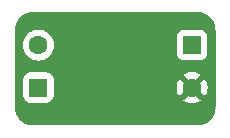
<source format=gbl>
G04 #@! TF.GenerationSoftware,KiCad,Pcbnew,(6.0.7-1)-1*
G04 #@! TF.CreationDate,2024-08-15T11:17:30+03:00*
G04 #@! TF.ProjectId,Induction_alt,496e6475-6374-4696-9f6e-5f616c742e6b,rev?*
G04 #@! TF.SameCoordinates,Original*
G04 #@! TF.FileFunction,Copper,L2,Bot*
G04 #@! TF.FilePolarity,Positive*
%FSLAX46Y46*%
G04 Gerber Fmt 4.6, Leading zero omitted, Abs format (unit mm)*
G04 Created by KiCad (PCBNEW (6.0.7-1)-1) date 2024-08-15 11:17:30*
%MOMM*%
%LPD*%
G01*
G04 APERTURE LIST*
G04 Aperture macros list*
%AMRoundRect*
0 Rectangle with rounded corners*
0 $1 Rounding radius*
0 $2 $3 $4 $5 $6 $7 $8 $9 X,Y pos of 4 corners*
0 Add a 4 corners polygon primitive as box body*
4,1,4,$2,$3,$4,$5,$6,$7,$8,$9,$2,$3,0*
0 Add four circle primitives for the rounded corners*
1,1,$1+$1,$2,$3*
1,1,$1+$1,$4,$5*
1,1,$1+$1,$6,$7*
1,1,$1+$1,$8,$9*
0 Add four rect primitives between the rounded corners*
20,1,$1+$1,$2,$3,$4,$5,0*
20,1,$1+$1,$4,$5,$6,$7,0*
20,1,$1+$1,$6,$7,$8,$9,0*
20,1,$1+$1,$8,$9,$2,$3,0*%
G04 Aperture macros list end*
G04 #@! TA.AperFunction,ComponentPad*
%ADD10RoundRect,0.250000X0.550000X-0.550000X0.550000X0.550000X-0.550000X0.550000X-0.550000X-0.550000X0*%
G04 #@! TD*
G04 #@! TA.AperFunction,ComponentPad*
%ADD11C,1.600000*%
G04 #@! TD*
G04 #@! TA.AperFunction,ComponentPad*
%ADD12RoundRect,0.250000X-0.550000X0.550000X-0.550000X-0.550000X0.550000X-0.550000X0.550000X0.550000X0*%
G04 #@! TD*
G04 APERTURE END LIST*
D10*
X162500000Y-92300000D03*
D11*
X162500000Y-88700000D03*
D12*
X175500000Y-88700000D03*
D11*
X175500000Y-92300000D03*
G04 #@! TA.AperFunction,Conductor*
G36*
X175970018Y-85924214D02*
G01*
X175984851Y-85926524D01*
X175984855Y-85926524D01*
X175993724Y-85927905D01*
X176008981Y-85925910D01*
X176034302Y-85925167D01*
X176203284Y-85937253D01*
X176221063Y-85939810D01*
X176411401Y-85981215D01*
X176428631Y-85986274D01*
X176611161Y-86054355D01*
X176627498Y-86061817D01*
X176798448Y-86155163D01*
X176813571Y-86164881D01*
X176969494Y-86281604D01*
X176969503Y-86281611D01*
X176983090Y-86293384D01*
X177120822Y-86431117D01*
X177132595Y-86444704D01*
X177249320Y-86600633D01*
X177259039Y-86615756D01*
X177352388Y-86786712D01*
X177359856Y-86803065D01*
X177427923Y-86985564D01*
X177432988Y-87002813D01*
X177474391Y-87193144D01*
X177476949Y-87210939D01*
X177488530Y-87372871D01*
X177487794Y-87390550D01*
X177487690Y-87399065D01*
X177486309Y-87407934D01*
X177487473Y-87416837D01*
X177487473Y-87416842D01*
X177490436Y-87439504D01*
X177491500Y-87455840D01*
X177491500Y-93950633D01*
X177490000Y-93970018D01*
X177487690Y-93984851D01*
X177487690Y-93984855D01*
X177486309Y-93993724D01*
X177488136Y-94007693D01*
X177488304Y-94008976D01*
X177489047Y-94034305D01*
X177476962Y-94203279D01*
X177474404Y-94221064D01*
X177456598Y-94302919D01*
X177433001Y-94411392D01*
X177427937Y-94428641D01*
X177359864Y-94611150D01*
X177352396Y-94627502D01*
X177259048Y-94798458D01*
X177249328Y-94813582D01*
X177132598Y-94969514D01*
X177120825Y-94983100D01*
X176983100Y-95120825D01*
X176969514Y-95132598D01*
X176813582Y-95249328D01*
X176798458Y-95259048D01*
X176627502Y-95352396D01*
X176611150Y-95359864D01*
X176428641Y-95427937D01*
X176411393Y-95433001D01*
X176221064Y-95474404D01*
X176203285Y-95476961D01*
X176041395Y-95488540D01*
X176023435Y-95487793D01*
X176015155Y-95487692D01*
X176006276Y-95486309D01*
X175974714Y-95490436D01*
X175958379Y-95491500D01*
X162049367Y-95491500D01*
X162029982Y-95490000D01*
X162015149Y-95487690D01*
X162015145Y-95487690D01*
X162006276Y-95486309D01*
X161991019Y-95488304D01*
X161965698Y-95489047D01*
X161796715Y-95476961D01*
X161778936Y-95474404D01*
X161588607Y-95433001D01*
X161571359Y-95427937D01*
X161388850Y-95359864D01*
X161372498Y-95352396D01*
X161201542Y-95259048D01*
X161186418Y-95249328D01*
X161030486Y-95132598D01*
X161016900Y-95120825D01*
X160879175Y-94983100D01*
X160867402Y-94969514D01*
X160750672Y-94813582D01*
X160740952Y-94798458D01*
X160647604Y-94627502D01*
X160640136Y-94611150D01*
X160572063Y-94428641D01*
X160566999Y-94411392D01*
X160543402Y-94302919D01*
X160525596Y-94221064D01*
X160523038Y-94203278D01*
X160511719Y-94045012D01*
X160512805Y-94022245D01*
X160512334Y-94022203D01*
X160512770Y-94017345D01*
X160513576Y-94012552D01*
X160513729Y-94000000D01*
X160509773Y-93972376D01*
X160508500Y-93954514D01*
X160508500Y-92900400D01*
X161191500Y-92900400D01*
X161202474Y-93006166D01*
X161258450Y-93173946D01*
X161351522Y-93324348D01*
X161476697Y-93449305D01*
X161482927Y-93453145D01*
X161482928Y-93453146D01*
X161620090Y-93537694D01*
X161627262Y-93542115D01*
X161707005Y-93568564D01*
X161788611Y-93595632D01*
X161788613Y-93595632D01*
X161795139Y-93597797D01*
X161801975Y-93598497D01*
X161801978Y-93598498D01*
X161845031Y-93602909D01*
X161899600Y-93608500D01*
X163100400Y-93608500D01*
X163103646Y-93608163D01*
X163103650Y-93608163D01*
X163199308Y-93598238D01*
X163199312Y-93598237D01*
X163206166Y-93597526D01*
X163212702Y-93595345D01*
X163212704Y-93595345D01*
X163344806Y-93551272D01*
X163373946Y-93541550D01*
X163524348Y-93448478D01*
X163586655Y-93386062D01*
X174778493Y-93386062D01*
X174787789Y-93398077D01*
X174838994Y-93433931D01*
X174848489Y-93439414D01*
X175045947Y-93531490D01*
X175056239Y-93535236D01*
X175266688Y-93591625D01*
X175277481Y-93593528D01*
X175494525Y-93612517D01*
X175505475Y-93612517D01*
X175722519Y-93593528D01*
X175733312Y-93591625D01*
X175943761Y-93535236D01*
X175954053Y-93531490D01*
X176151511Y-93439414D01*
X176161006Y-93433931D01*
X176213048Y-93397491D01*
X176221424Y-93387012D01*
X176214356Y-93373566D01*
X175512812Y-92672022D01*
X175498868Y-92664408D01*
X175497035Y-92664539D01*
X175490420Y-92668790D01*
X174784923Y-93374287D01*
X174778493Y-93386062D01*
X163586655Y-93386062D01*
X163649305Y-93323303D01*
X163742115Y-93172738D01*
X163792276Y-93021507D01*
X163795632Y-93011389D01*
X163795632Y-93011387D01*
X163797797Y-93004861D01*
X163808500Y-92900400D01*
X163808500Y-92305475D01*
X174187483Y-92305475D01*
X174206472Y-92522519D01*
X174208375Y-92533312D01*
X174264764Y-92743761D01*
X174268510Y-92754053D01*
X174360586Y-92951511D01*
X174366069Y-92961006D01*
X174402509Y-93013048D01*
X174412988Y-93021424D01*
X174426434Y-93014356D01*
X175127978Y-92312812D01*
X175134356Y-92301132D01*
X175864408Y-92301132D01*
X175864539Y-92302965D01*
X175868790Y-92309580D01*
X176574287Y-93015077D01*
X176586062Y-93021507D01*
X176598077Y-93012211D01*
X176633931Y-92961006D01*
X176639414Y-92951511D01*
X176731490Y-92754053D01*
X176735236Y-92743761D01*
X176791625Y-92533312D01*
X176793528Y-92522519D01*
X176812517Y-92305475D01*
X176812517Y-92294525D01*
X176793528Y-92077481D01*
X176791625Y-92066688D01*
X176735236Y-91856239D01*
X176731490Y-91845947D01*
X176639414Y-91648489D01*
X176633931Y-91638994D01*
X176597491Y-91586952D01*
X176587012Y-91578576D01*
X176573566Y-91585644D01*
X175872022Y-92287188D01*
X175864408Y-92301132D01*
X175134356Y-92301132D01*
X175135592Y-92298868D01*
X175135461Y-92297035D01*
X175131210Y-92290420D01*
X174425713Y-91584923D01*
X174413938Y-91578493D01*
X174401923Y-91587789D01*
X174366069Y-91638994D01*
X174360586Y-91648489D01*
X174268510Y-91845947D01*
X174264764Y-91856239D01*
X174208375Y-92066688D01*
X174206472Y-92077481D01*
X174187483Y-92294525D01*
X174187483Y-92305475D01*
X163808500Y-92305475D01*
X163808500Y-91699600D01*
X163797526Y-91593834D01*
X163741550Y-91426054D01*
X163648478Y-91275652D01*
X163585705Y-91212988D01*
X174778576Y-91212988D01*
X174785644Y-91226434D01*
X175487188Y-91927978D01*
X175501132Y-91935592D01*
X175502965Y-91935461D01*
X175509580Y-91931210D01*
X176215077Y-91225713D01*
X176221507Y-91213938D01*
X176212211Y-91201923D01*
X176161006Y-91166069D01*
X176151511Y-91160586D01*
X175954053Y-91068510D01*
X175943761Y-91064764D01*
X175733312Y-91008375D01*
X175722519Y-91006472D01*
X175505475Y-90987483D01*
X175494525Y-90987483D01*
X175277481Y-91006472D01*
X175266688Y-91008375D01*
X175056239Y-91064764D01*
X175045947Y-91068510D01*
X174848489Y-91160586D01*
X174838994Y-91166069D01*
X174786952Y-91202509D01*
X174778576Y-91212988D01*
X163585705Y-91212988D01*
X163523303Y-91150695D01*
X163383898Y-91064764D01*
X163378968Y-91061725D01*
X163378966Y-91061724D01*
X163372738Y-91057885D01*
X163292995Y-91031436D01*
X163211389Y-91004368D01*
X163211387Y-91004368D01*
X163204861Y-91002203D01*
X163198025Y-91001503D01*
X163198022Y-91001502D01*
X163154969Y-90997091D01*
X163100400Y-90991500D01*
X161899600Y-90991500D01*
X161896354Y-90991837D01*
X161896350Y-90991837D01*
X161800692Y-91001762D01*
X161800688Y-91001763D01*
X161793834Y-91002474D01*
X161787298Y-91004655D01*
X161787296Y-91004655D01*
X161655194Y-91048728D01*
X161626054Y-91058450D01*
X161475652Y-91151522D01*
X161350695Y-91276697D01*
X161257885Y-91427262D01*
X161255581Y-91434209D01*
X161207697Y-91578576D01*
X161202203Y-91595139D01*
X161191500Y-91699600D01*
X161191500Y-92900400D01*
X160508500Y-92900400D01*
X160508500Y-88700000D01*
X161186502Y-88700000D01*
X161206457Y-88928087D01*
X161265716Y-89149243D01*
X161268039Y-89154224D01*
X161268039Y-89154225D01*
X161360151Y-89351762D01*
X161360154Y-89351767D01*
X161362477Y-89356749D01*
X161493802Y-89544300D01*
X161655700Y-89706198D01*
X161660208Y-89709355D01*
X161660211Y-89709357D01*
X161738389Y-89764098D01*
X161843251Y-89837523D01*
X161848233Y-89839846D01*
X161848238Y-89839849D01*
X162045775Y-89931961D01*
X162050757Y-89934284D01*
X162056065Y-89935706D01*
X162056067Y-89935707D01*
X162266598Y-89992119D01*
X162266600Y-89992119D01*
X162271913Y-89993543D01*
X162500000Y-90013498D01*
X162728087Y-89993543D01*
X162733400Y-89992119D01*
X162733402Y-89992119D01*
X162943933Y-89935707D01*
X162943935Y-89935706D01*
X162949243Y-89934284D01*
X162954225Y-89931961D01*
X163151762Y-89839849D01*
X163151767Y-89839846D01*
X163156749Y-89837523D01*
X163261611Y-89764098D01*
X163339789Y-89709357D01*
X163339792Y-89709355D01*
X163344300Y-89706198D01*
X163506198Y-89544300D01*
X163637523Y-89356749D01*
X163639846Y-89351767D01*
X163639849Y-89351762D01*
X163663799Y-89300400D01*
X174191500Y-89300400D01*
X174191837Y-89303646D01*
X174191837Y-89303650D01*
X174197347Y-89356749D01*
X174202474Y-89406166D01*
X174258450Y-89573946D01*
X174351522Y-89724348D01*
X174476697Y-89849305D01*
X174482927Y-89853145D01*
X174482928Y-89853146D01*
X174620090Y-89937694D01*
X174627262Y-89942115D01*
X174707005Y-89968564D01*
X174788611Y-89995632D01*
X174788613Y-89995632D01*
X174795139Y-89997797D01*
X174801975Y-89998497D01*
X174801978Y-89998498D01*
X174845031Y-90002909D01*
X174899600Y-90008500D01*
X176100400Y-90008500D01*
X176103646Y-90008163D01*
X176103650Y-90008163D01*
X176199308Y-89998238D01*
X176199312Y-89998237D01*
X176206166Y-89997526D01*
X176212702Y-89995345D01*
X176212704Y-89995345D01*
X176344806Y-89951272D01*
X176373946Y-89941550D01*
X176524348Y-89848478D01*
X176649305Y-89723303D01*
X176653146Y-89717072D01*
X176738275Y-89578968D01*
X176738276Y-89578966D01*
X176742115Y-89572738D01*
X176797797Y-89404861D01*
X176808500Y-89300400D01*
X176808500Y-88099600D01*
X176803171Y-88048238D01*
X176798238Y-88000692D01*
X176798237Y-88000688D01*
X176797526Y-87993834D01*
X176741550Y-87826054D01*
X176648478Y-87675652D01*
X176523303Y-87550695D01*
X176389211Y-87468039D01*
X176378968Y-87461725D01*
X176378966Y-87461724D01*
X176372738Y-87457885D01*
X176259983Y-87420486D01*
X176211389Y-87404368D01*
X176211387Y-87404368D01*
X176204861Y-87402203D01*
X176198025Y-87401503D01*
X176198022Y-87401502D01*
X176154969Y-87397091D01*
X176100400Y-87391500D01*
X174899600Y-87391500D01*
X174896354Y-87391837D01*
X174896350Y-87391837D01*
X174800692Y-87401762D01*
X174800688Y-87401763D01*
X174793834Y-87402474D01*
X174787298Y-87404655D01*
X174787296Y-87404655D01*
X174721010Y-87426770D01*
X174626054Y-87458450D01*
X174475652Y-87551522D01*
X174350695Y-87676697D01*
X174346855Y-87682927D01*
X174346854Y-87682928D01*
X174342099Y-87690643D01*
X174257885Y-87827262D01*
X174202203Y-87995139D01*
X174191500Y-88099600D01*
X174191500Y-89300400D01*
X163663799Y-89300400D01*
X163731961Y-89154225D01*
X163731961Y-89154224D01*
X163734284Y-89149243D01*
X163793543Y-88928087D01*
X163813498Y-88700000D01*
X163793543Y-88471913D01*
X163734284Y-88250757D01*
X163662308Y-88096402D01*
X163639849Y-88048238D01*
X163639846Y-88048233D01*
X163637523Y-88043251D01*
X163506198Y-87855700D01*
X163344300Y-87693802D01*
X163339792Y-87690645D01*
X163339789Y-87690643D01*
X163261611Y-87635902D01*
X163156749Y-87562477D01*
X163151767Y-87560154D01*
X163151762Y-87560151D01*
X162954225Y-87468039D01*
X162954224Y-87468039D01*
X162949243Y-87465716D01*
X162943935Y-87464294D01*
X162943933Y-87464293D01*
X162733402Y-87407881D01*
X162733400Y-87407881D01*
X162728087Y-87406457D01*
X162500000Y-87386502D01*
X162271913Y-87406457D01*
X162266600Y-87407881D01*
X162266598Y-87407881D01*
X162056067Y-87464293D01*
X162056065Y-87464294D01*
X162050757Y-87465716D01*
X162045776Y-87468039D01*
X162045775Y-87468039D01*
X161848238Y-87560151D01*
X161848233Y-87560154D01*
X161843251Y-87562477D01*
X161738389Y-87635902D01*
X161660211Y-87690643D01*
X161660208Y-87690645D01*
X161655700Y-87693802D01*
X161493802Y-87855700D01*
X161362477Y-88043251D01*
X161360154Y-88048233D01*
X161360151Y-88048238D01*
X161337692Y-88096402D01*
X161265716Y-88250757D01*
X161206457Y-88471913D01*
X161186502Y-88700000D01*
X160508500Y-88700000D01*
X160508500Y-87463577D01*
X160510000Y-87444192D01*
X160512310Y-87429359D01*
X160512310Y-87429355D01*
X160513691Y-87420486D01*
X160511696Y-87405230D01*
X160510953Y-87379906D01*
X160523037Y-87210939D01*
X160525595Y-87193145D01*
X160566999Y-87002808D01*
X160572064Y-86985558D01*
X160640132Y-86803059D01*
X160647600Y-86786706D01*
X160689413Y-86710130D01*
X160740952Y-86615742D01*
X160750666Y-86600628D01*
X160867395Y-86444695D01*
X160879167Y-86431109D01*
X161016898Y-86293377D01*
X161030484Y-86281604D01*
X161186418Y-86164872D01*
X161201543Y-86155152D01*
X161372495Y-86061805D01*
X161388847Y-86054337D01*
X161499774Y-86012963D01*
X161571359Y-85986263D01*
X161588602Y-85981201D01*
X161778931Y-85939796D01*
X161796719Y-85937239D01*
X161958543Y-85925665D01*
X161976833Y-85926426D01*
X161984854Y-85926524D01*
X161993724Y-85927905D01*
X162002626Y-85926741D01*
X162002628Y-85926741D01*
X162018646Y-85924646D01*
X162025286Y-85923778D01*
X162041621Y-85922714D01*
X175950633Y-85922714D01*
X175970018Y-85924214D01*
G37*
G04 #@! TD.AperFunction*
M02*

</source>
